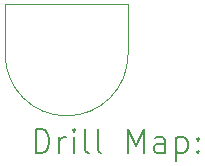
<source format=gbr>
%TF.GenerationSoftware,KiCad,Pcbnew,8.0.3-8.0.3-0~ubuntu22.04.1*%
%TF.CreationDate,2024-06-15T18:12:37-06:00*%
%TF.ProjectId,MA735 encoder board,4d413733-3520-4656-9e63-6f6465722062,rev?*%
%TF.SameCoordinates,Original*%
%TF.FileFunction,Drillmap*%
%TF.FilePolarity,Positive*%
%FSLAX45Y45*%
G04 Gerber Fmt 4.5, Leading zero omitted, Abs format (unit mm)*
G04 Created by KiCad (PCBNEW 8.0.3-8.0.3-0~ubuntu22.04.1) date 2024-06-15 18:12:37*
%MOMM*%
%LPD*%
G01*
G04 APERTURE LIST*
%ADD10C,0.050000*%
%ADD11C,0.200000*%
G04 APERTURE END LIST*
D10*
X14720000Y-8680000D02*
X14720000Y-8250000D01*
X15760000Y-8680000D02*
X15760000Y-8250000D01*
X14720000Y-8250000D02*
X15760000Y-8250000D01*
X15760000Y-8680000D02*
G75*
G02*
X14720000Y-8680000I-520000J0D01*
G01*
D11*
X14978277Y-9513984D02*
X14978277Y-9313984D01*
X14978277Y-9313984D02*
X15025896Y-9313984D01*
X15025896Y-9313984D02*
X15054467Y-9323508D01*
X15054467Y-9323508D02*
X15073515Y-9342555D01*
X15073515Y-9342555D02*
X15083039Y-9361603D01*
X15083039Y-9361603D02*
X15092562Y-9399698D01*
X15092562Y-9399698D02*
X15092562Y-9428270D01*
X15092562Y-9428270D02*
X15083039Y-9466365D01*
X15083039Y-9466365D02*
X15073515Y-9485412D01*
X15073515Y-9485412D02*
X15054467Y-9504460D01*
X15054467Y-9504460D02*
X15025896Y-9513984D01*
X15025896Y-9513984D02*
X14978277Y-9513984D01*
X15178277Y-9513984D02*
X15178277Y-9380650D01*
X15178277Y-9418746D02*
X15187801Y-9399698D01*
X15187801Y-9399698D02*
X15197324Y-9390174D01*
X15197324Y-9390174D02*
X15216372Y-9380650D01*
X15216372Y-9380650D02*
X15235420Y-9380650D01*
X15302086Y-9513984D02*
X15302086Y-9380650D01*
X15302086Y-9313984D02*
X15292562Y-9323508D01*
X15292562Y-9323508D02*
X15302086Y-9333031D01*
X15302086Y-9333031D02*
X15311610Y-9323508D01*
X15311610Y-9323508D02*
X15302086Y-9313984D01*
X15302086Y-9313984D02*
X15302086Y-9333031D01*
X15425896Y-9513984D02*
X15406848Y-9504460D01*
X15406848Y-9504460D02*
X15397324Y-9485412D01*
X15397324Y-9485412D02*
X15397324Y-9313984D01*
X15530658Y-9513984D02*
X15511610Y-9504460D01*
X15511610Y-9504460D02*
X15502086Y-9485412D01*
X15502086Y-9485412D02*
X15502086Y-9313984D01*
X15759229Y-9513984D02*
X15759229Y-9313984D01*
X15759229Y-9313984D02*
X15825896Y-9456841D01*
X15825896Y-9456841D02*
X15892562Y-9313984D01*
X15892562Y-9313984D02*
X15892562Y-9513984D01*
X16073515Y-9513984D02*
X16073515Y-9409222D01*
X16073515Y-9409222D02*
X16063991Y-9390174D01*
X16063991Y-9390174D02*
X16044943Y-9380650D01*
X16044943Y-9380650D02*
X16006848Y-9380650D01*
X16006848Y-9380650D02*
X15987801Y-9390174D01*
X16073515Y-9504460D02*
X16054467Y-9513984D01*
X16054467Y-9513984D02*
X16006848Y-9513984D01*
X16006848Y-9513984D02*
X15987801Y-9504460D01*
X15987801Y-9504460D02*
X15978277Y-9485412D01*
X15978277Y-9485412D02*
X15978277Y-9466365D01*
X15978277Y-9466365D02*
X15987801Y-9447317D01*
X15987801Y-9447317D02*
X16006848Y-9437793D01*
X16006848Y-9437793D02*
X16054467Y-9437793D01*
X16054467Y-9437793D02*
X16073515Y-9428270D01*
X16168753Y-9380650D02*
X16168753Y-9580650D01*
X16168753Y-9390174D02*
X16187801Y-9380650D01*
X16187801Y-9380650D02*
X16225896Y-9380650D01*
X16225896Y-9380650D02*
X16244943Y-9390174D01*
X16244943Y-9390174D02*
X16254467Y-9399698D01*
X16254467Y-9399698D02*
X16263991Y-9418746D01*
X16263991Y-9418746D02*
X16263991Y-9475889D01*
X16263991Y-9475889D02*
X16254467Y-9494936D01*
X16254467Y-9494936D02*
X16244943Y-9504460D01*
X16244943Y-9504460D02*
X16225896Y-9513984D01*
X16225896Y-9513984D02*
X16187801Y-9513984D01*
X16187801Y-9513984D02*
X16168753Y-9504460D01*
X16349705Y-9494936D02*
X16359229Y-9504460D01*
X16359229Y-9504460D02*
X16349705Y-9513984D01*
X16349705Y-9513984D02*
X16340182Y-9504460D01*
X16340182Y-9504460D02*
X16349705Y-9494936D01*
X16349705Y-9494936D02*
X16349705Y-9513984D01*
X16349705Y-9390174D02*
X16359229Y-9399698D01*
X16359229Y-9399698D02*
X16349705Y-9409222D01*
X16349705Y-9409222D02*
X16340182Y-9399698D01*
X16340182Y-9399698D02*
X16349705Y-9390174D01*
X16349705Y-9390174D02*
X16349705Y-9409222D01*
M02*

</source>
